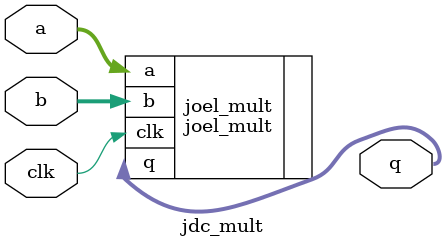
<source format=v>
`timescale 1ns/10ps
module jdc_mult (clk, a, b, q);

  input clk;
  input [7 : 0] a;
  input [7 : 0] b;
  output [15 : 0] q;

  // This is the name of the coregen module
  joel_mult joel_mult(.clk(clk), .a(a), .b(b), .q(q));

endmodule

</source>
